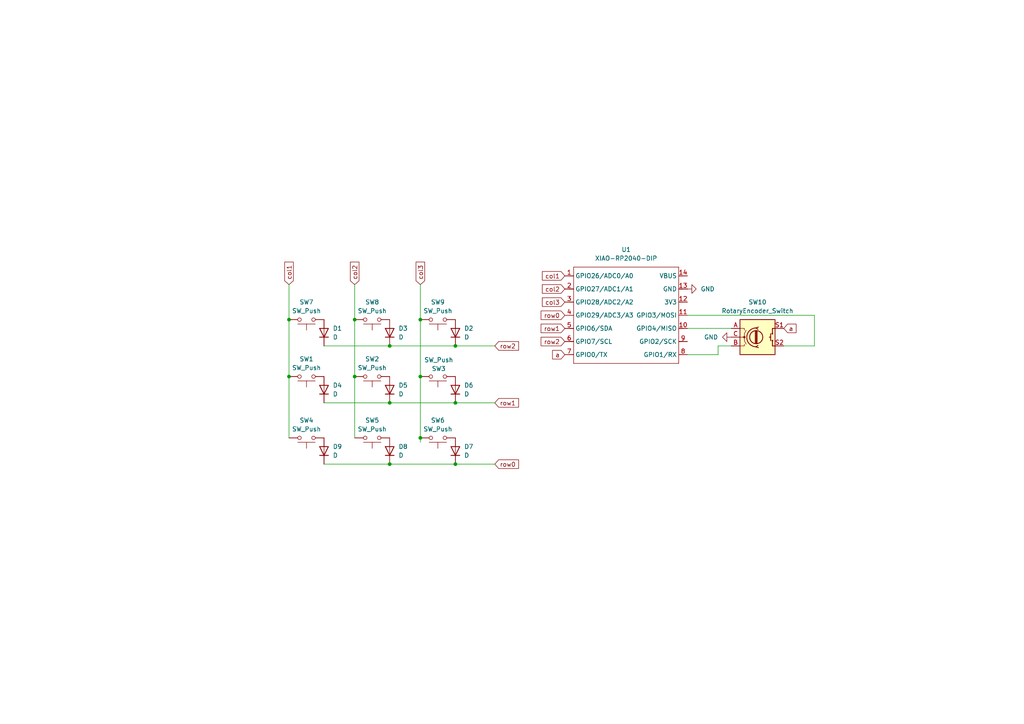
<source format=kicad_sch>
(kicad_sch (version 20250114) (generator "eeschema") (generator_version "9.0")
  (paper "A4")
  (lib_symbols
    (symbol "Device:D" (pin_numbers (hide yes)) (pin_names (offset 1.016) (hide yes))
      (property "Reference" "D" (at 0 2.54 0))
      (property "Value" "D" (at 0 -2.54 0))
      (symbol "D_0_1"
        (polyline (pts (xy -1.27 1.27) (xy -1.27 -1.27)) (stroke (width 0.254)))
        (polyline (pts (xy 1.27 1.27) (xy 1.27 -1.27) (xy -1.27 0) (xy 1.27 1.27)) (stroke (width 0.254)))
        (polyline (pts (xy 1.27 0) (xy -1.27 0)))
      )
      (symbol "D_1_1"
        (pin passive line (at -3.81 0 0) (length 2.54) (name "K") (number "1"))
        (pin passive line (at 3.81 0 180) (length 2.54) (name "A") (number "2"))
      )
    )
    (symbol "Device:RotaryEncoder_Switch" (pin_names (offset 0.254) (hide yes))
      (property "Reference" "SW" (at 0 6.604 0))
      (property "Value" "RotaryEncoder_Switch" (at 0 -6.604 0))
      (symbol "RotaryEncoder_Switch_0_1"
        (rectangle (start -5.08 5.08) (end 5.08 -5.08) (stroke (width 0.254)) (fill (type background)))
        (polyline (pts (xy -5.08 2.54) (xy -3.81 2.54) (xy -3.81 2.032)))
        (polyline (pts (xy -5.08 0) (xy -3.81 0) (xy -3.81 -1.016) (xy -3.302 -2.032)))
        (polyline (pts (xy -5.08 -2.54) (xy -3.81 -2.54) (xy -3.81 -2.032)))
        (polyline (pts (xy -4.318 0) (xy -3.81 0) (xy -3.81 1.016) (xy -3.302 2.032)))
        (circle (center -3.81 0) (radius 0.254) (fill (type outline)))
        (polyline (pts (xy -0.635 -1.778) (xy -0.635 1.778)) (stroke (width 0.254)))
        (circle (center -0.381 0) (radius 1.905) (stroke (width 0.254)))
        (polyline (pts (xy -0.381 -1.778) (xy -0.381 1.778)) (stroke (width 0.254)))
        (arc (start -0.381 -2.794) (mid -3.0988 -0.0635) (end -0.381 2.667) (stroke (width 0.254)))
        (polyline (pts (xy -0.127 1.778) (xy -0.127 -1.778)) (stroke (width 0.254)))
        (polyline (pts (xy 0.254 2.921) (xy -0.508 2.667) (xy 0.127 2.286)) (stroke (width 0.254)))
        (polyline (pts (xy 0.254 -3.048) (xy -0.508 -2.794) (xy 0.127 -2.413)) (stroke (width 0.254)))
        (polyline (pts (xy 3.81 1.016) (xy 3.81 -1.016)) (stroke (width 0.254)))
        (polyline (pts (xy 3.81 0) (xy 3.429 0)) (stroke (width 0.254)))
        (circle (center 4.318 1.016) (radius 0.127) (stroke (width 0.254)))
        (circle (center 4.318 -1.016) (radius 0.127) (stroke (width 0.254)))
        (polyline (pts (xy 5.08 2.54) (xy 4.318 2.54) (xy 4.318 1.016)) (stroke (width 0.254)))
        (polyline (pts (xy 5.08 -2.54) (xy 4.318 -2.54) (xy 4.318 -1.016)) (stroke (width 0.254)))
      )
      (symbol "RotaryEncoder_Switch_1_1"
        (pin passive line (at -7.62 2.54 0) (length 2.54) (name "A") (number "A"))
        (pin passive line (at -7.62 0 0) (length 2.54) (name "C") (number "C"))
        (pin passive line (at -7.62 -2.54 0) (length 2.54) (name "B") (number "B"))
        (pin passive line (at 7.62 2.54 180) (length 2.54) (name "S1") (number "S1"))
        (pin passive line (at 7.62 -2.54 180) (length 2.54) (name "S2") (number "S2"))
      )
    )
    (symbol "Seeed_Studio_XIAO_Series:XIAO-RP2040-DIP"
      (property "Reference" "U" (at 0 0 0))
      (property "Value" "XIAO-RP2040-DIP" (at 5.334 -1.778 0))
      (symbol "XIAO-RP2040-DIP_1_0"
        (polyline (pts (xy -1.27 -2.54) (xy 29.21 -2.54)) (stroke (width 0.1524)))
        (polyline (pts (xy -1.27 -5.08) (xy -2.54 -5.08)) (stroke (width 0.1524)))
        (polyline (pts (xy -1.27 -5.08) (xy -1.27 -2.54)) (stroke (width 0.1524)))
        (polyline (pts (xy -1.27 -8.89) (xy -2.54 -8.89)) (stroke (width 0.1524)))
        (polyline (pts (xy -1.27 -8.89) (xy -1.27 -5.08)) (stroke (width 0.1524)))
        (polyline (pts (xy -1.27 -12.7) (xy -2.54 -12.7)) (stroke (width 0.1524)))
        (polyline (pts (xy -1.27 -12.7) (xy -1.27 -8.89)) (stroke (width 0.1524)))
        (polyline (pts (xy -1.27 -16.51) (xy -2.54 -16.51)) (stroke (width 0.1524)))
        (polyline (pts (xy -1.27 -16.51) (xy -1.27 -12.7)) (stroke (width 0.1524)))
        (polyline (pts (xy -1.27 -20.32) (xy -2.54 -20.32)) (stroke (width 0.1524)))
        (polyline (pts (xy -1.27 -24.13) (xy -2.54 -24.13)) (stroke (width 0.1524)))
        (polyline (pts (xy -1.27 -27.94) (xy -2.54 -27.94)) (stroke (width 0.1524)))
        (polyline (pts (xy -1.27 -30.48) (xy -1.27 -16.51)) (stroke (width 0.1524)))
        (polyline (pts (xy 29.21 -2.54) (xy 29.21 -5.08)) (stroke (width 0.1524)))
        (polyline (pts (xy 29.21 -5.08) (xy 29.21 -8.89)) (stroke (width 0.1524)))
        (polyline (pts (xy 29.21 -8.89) (xy 29.21 -12.7)) (stroke (width 0.1524)))
        (polyline (pts (xy 29.21 -12.7) (xy 29.21 -30.48)) (stroke (width 0.1524)))
        (polyline (pts (xy 29.21 -30.48) (xy -1.27 -30.48)) (stroke (width 0.1524)))
        (polyline (pts (xy 30.48 -5.08) (xy 29.21 -5.08)) (stroke (width 0.1524)))
        (polyline (pts (xy 30.48 -8.89) (xy 29.21 -8.89)) (stroke (width 0.1524)))
        (polyline (pts (xy 30.48 -12.7) (xy 29.21 -12.7)) (stroke (width 0.1524)))
        (polyline (pts (xy 30.48 -16.51) (xy 29.21 -16.51)) (stroke (width 0.1524)))
        (polyline (pts (xy 30.48 -20.32) (xy 29.21 -20.32)) (stroke (width 0.1524)))
        (polyline (pts (xy 30.48 -24.13) (xy 29.21 -24.13)) (stroke (width 0.1524)))
        (polyline (pts (xy 30.48 -27.94) (xy 29.21 -27.94)) (stroke (width 0.1524)))
        (pin passive line (at -3.81 -5.08 0) (length 2.54) (name "GPIO26/ADC0/A0") (number "1"))
        (pin passive line (at -3.81 -8.89 0) (length 2.54) (name "GPIO27/ADC1/A1") (number "2"))
        (pin passive line (at -3.81 -12.7 0) (length 2.54) (name "GPIO28/ADC2/A2") (number "3"))
        (pin passive line (at -3.81 -16.51 0) (length 2.54) (name "GPIO29/ADC3/A3") (number "4"))
        (pin passive line (at -3.81 -20.32 0) (length 2.54) (name "GPIO6/SDA") (number "5"))
        (pin passive line (at -3.81 -24.13 0) (length 2.54) (name "GPIO7/SCL") (number "6"))
        (pin passive line (at -3.81 -27.94 0) (length 2.54) (name "GPIO0/TX") (number "7"))
        (pin passive line (at 31.75 -5.08 180) (length 2.54) (name "VBUS") (number "14"))
        (pin passive line (at 31.75 -8.89 180) (length 2.54) (name "GND") (number "13"))
        (pin passive line (at 31.75 -12.7 180) (length 2.54) (name "3V3") (number "12"))
        (pin passive line (at 31.75 -16.51 180) (length 2.54) (name "GPIO3/MOSI") (number "11"))
        (pin passive line (at 31.75 -20.32 180) (length 2.54) (name "GPIO4/MISO") (number "10"))
        (pin passive line (at 31.75 -24.13 180) (length 2.54) (name "GPIO2/SCK") (number "9"))
        (pin passive line (at 31.75 -27.94 180) (length 2.54) (name "GPIO1/RX") (number "8"))
      )
    )
    (symbol "Switch:SW_Push" (pin_numbers (hide yes)) (pin_names (offset 1.016) (hide yes))
      (property "Reference" "SW" (at 1.27 2.54 0))
      (property "Value" "SW_Push" (at 0 -1.524 0))
      (symbol "SW_Push_0_1"
        (circle (center -2.032 0) (radius 0.508))
        (polyline (pts (xy 0 1.27) (xy 0 3.048)))
        (circle (center 2.032 0) (radius 0.508))
        (polyline (pts (xy 2.54 1.27) (xy -2.54 1.27)))
        (pin passive line (at -5.08 0 0) (length 2.54) (name "1") (number "1"))
        (pin passive line (at 5.08 0 180) (length 2.54) (name "2") (number "2"))
      )
    )
    (symbol "power:GND" (power) (pin_numbers (hide yes)) (pin_names (offset 0) (hide yes))
      (property "Value" "GND" (at 0 -3.81 0))
      (symbol "GND_0_1"
        (polyline (pts (xy 0 0) (xy 0 -1.27) (xy 1.27 -1.27) (xy 0 -2.54) (xy -1.27 -1.27) (xy 0 -1.27)))
      )
      (symbol "GND_1_1"
        (pin power_in line (at 0 0 270) (length 0) (name "~") (number "1"))
      )
    )
  )
  (junction (at 113.03 100.33))
  (junction (at 113.03 134.62))
  (junction (at 121.92 109.22))
  (junction (at 102.87 92.71))
  (junction (at 83.82 92.71))
  (junction (at 132.08 116.84))
  (junction (at 121.92 127))
  (junction (at 113.03 116.84))
  (junction (at 132.08 100.33))
  (junction (at 102.87 109.22))
  (junction (at 132.08 134.62))
  (junction (at 121.92 92.71))
  (junction (at 83.82 109.22))
  (wire (pts (xy 113.03 100.33) (xy 132.08 100.33)))
  (wire (pts (xy 83.82 109.22) (xy 83.82 127)))
  (wire (pts (xy 227.33 100.33) (xy 236.22 100.33)))
  (wire (pts (xy 208.28 102.87) (xy 199.39 102.87)))
  (wire (pts (xy 102.87 92.71) (xy 102.87 109.22)))
  (wire (pts (xy 199.39 95.25) (xy 212.09 95.25)))
  (wire (pts (xy 208.28 100.33) (xy 208.28 102.87)))
  (wire (pts (xy 132.08 100.33) (xy 143.51 100.33)))
  (wire (pts (xy 102.87 109.22) (xy 102.87 127)))
  (wire (pts (xy 132.08 134.62) (xy 143.51 134.62)))
  (wire (pts (xy 113.03 116.84) (xy 132.08 116.84)))
  (wire (pts (xy 102.87 82.55) (xy 102.87 92.71)))
  (wire (pts (xy 132.08 116.84) (xy 143.51 116.84)))
  (wire (pts (xy 113.03 134.62) (xy 132.08 134.62)))
  (wire (pts (xy 83.82 92.71) (xy 83.82 109.22)))
  (wire (pts (xy 121.92 82.55) (xy 121.92 92.71)))
  (wire (pts (xy 93.98 116.84) (xy 113.03 116.84)))
  (wire (pts (xy 93.98 100.33) (xy 113.03 100.33)))
  (wire (pts (xy 236.22 91.44) (xy 199.39 91.44)))
  (wire (pts (xy 236.22 100.33) (xy 236.22 91.44)))
  (wire (pts (xy 93.98 134.62) (xy 113.03 134.62)))
  (wire (pts (xy 212.09 100.33) (xy 208.28 100.33)))
  (wire (pts (xy 121.92 109.22) (xy 121.92 127)))
  (wire (pts (xy 121.92 92.71) (xy 121.92 109.22)))
  (wire (pts (xy 83.82 82.55) (xy 83.82 92.71)))
  (wire (pts (xy 121.92 127) (xy 121.92 128.27)))
  (global_label "a" (shape input) (at 227.33 95.25 0) (property "Intersheetrefs" "${INTERSHEET_REFS}" (effects (hide yes))))
  (global_label "row0" (shape input) (at 163.83 91.44 180) (property "Intersheetrefs" "${INTERSHEET_REFS}" (effects (hide yes))))
  (global_label "row0" (shape input) (at 143.51 134.62 0) (property "Intersheetrefs" "${INTERSHEET_REFS}" (effects (hide yes))))
  (global_label "col3" (shape input) (at 121.92 82.55 90) (property "Intersheetrefs" "${INTERSHEET_REFS}" (effects (hide yes))))
  (global_label "row2" (shape input) (at 143.51 100.33 0) (property "Intersheetrefs" "${INTERSHEET_REFS}" (effects (hide yes))))
  (global_label "col2" (shape input) (at 163.83 83.82 180) (property "Intersheetrefs" "${INTERSHEET_REFS}" (effects (hide yes))))
  (global_label "row1" (shape input) (at 163.83 95.25 180) (property "Intersheetrefs" "${INTERSHEET_REFS}" (effects (hide yes))))
  (global_label "row2" (shape input) (at 163.83 99.06 180) (property "Intersheetrefs" "${INTERSHEET_REFS}" (effects (hide yes))))
  (global_label "col1" (shape input) (at 163.83 80.01 180) (property "Intersheetrefs" "${INTERSHEET_REFS}" (effects (hide yes))))
  (global_label "a" (shape input) (at 163.83 102.87 180) (property "Intersheetrefs" "${INTERSHEET_REFS}" (effects (hide yes))))
  (global_label "col3" (shape input) (at 163.83 87.63 180) (property "Intersheetrefs" "${INTERSHEET_REFS}" (effects (hide yes))))
  (global_label "col1" (shape input) (at 83.82 82.55 90) (property "Intersheetrefs" "${INTERSHEET_REFS}" (effects (hide yes))))
  (global_label "row1" (shape input) (at 143.51 116.84 0) (property "Intersheetrefs" "${INTERSHEET_REFS}" (effects (hide yes))))
  (global_label "col2" (shape input) (at 102.87 82.55 90) (property "Intersheetrefs" "${INTERSHEET_REFS}" (effects (hide yes))))
  (symbol (lib_id "Device:RotaryEncoder_Switch") (at 219.71 97.79 0) (unit 1)
    (property "Reference" "SW10" (at 219.71 87.63 0))
    (property "Value" "RotaryEncoder_Switch" (at 219.71 90.17 0))
    (property "Description" "Rotary encoder, dual channel, incremental quadrate outputs, with switch" (effects (hide yes)))
  )
  (symbol (lib_id "power:GND") (at 199.39 83.82 90) (unit 1)
    (property "Reference" "#PWR02" (effects (hide yes)))
    (property "Value" "GND" (at 203.2 83.8199 90) (effects (justify right)))
    (property "Description" "Power symbol creates a global label with name \"GND\" , ground" (effects (hide yes)))
  )
  (symbol (lib_id "Switch:SW_Push") (at 107.95 109.22 180) (unit 1)
    (property "Reference" "SW2" (at 107.95 104.14 0))
    (property "Value" "SW_Push" (at 107.95 106.68 0))
    (property "Footprint" "Button_Switch_Keyboard:SW_Cherry_MX_1.00u_PCB" (effects (hide yes)))
    (property "Description" "Push button switch, generic, two pins" (effects (hide yes)))
  )
  (symbol (lib_id "Device:D") (at 93.98 130.81 90) (unit 1)
    (property "Reference" "D9" (at 96.52 129.5399 90) (effects (justify right)))
    (property "Value" "D" (at 96.52 132.0799 90) (effects (justify right)))
    (property "Footprint" "Diode_THT:D_T-1_P5.08mm_Horizontal" (effects (hide yes)))
    (property "Description" "Diode" (effects (hide yes)))
    (property "Sim.Device" "D" (effects (hide yes)))
    (property "Sim.Pins" "1=K 2=A" (effects (hide yes)))
  )
  (symbol (lib_id "Device:D") (at 113.03 130.81 90) (unit 1)
    (property "Reference" "D8" (at 115.57 129.5399 90) (effects (justify right)))
    (property "Value" "D" (at 115.57 132.0799 90) (effects (justify right)))
    (property "Footprint" "Diode_THT:D_T-1_P5.08mm_Horizontal" (effects (hide yes)))
    (property "Description" "Diode" (effects (hide yes)))
    (property "Sim.Device" "D" (effects (hide yes)))
    (property "Sim.Pins" "1=K 2=A" (effects (hide yes)))
  )
  (symbol (lib_id "Device:D") (at 113.03 96.52 90) (unit 1)
    (property "Reference" "D3" (at 115.57 95.2499 90) (effects (justify right)))
    (property "Value" "D" (at 115.57 97.7899 90) (effects (justify right)))
    (property "Footprint" "Diode_THT:D_T-1_P5.08mm_Horizontal" (effects (hide yes)))
    (property "Description" "Diode" (effects (hide yes)))
    (property "Sim.Device" "D" (effects (hide yes)))
    (property "Sim.Pins" "1=K 2=A" (effects (hide yes)))
  )
  (symbol (lib_id "Device:D") (at 93.98 113.03 90) (unit 1)
    (property "Reference" "D4" (at 96.52 111.7599 90) (effects (justify right)))
    (property "Value" "D" (at 96.52 114.2999 90) (effects (justify right)))
    (property "Footprint" "Diode_THT:D_T-1_P5.08mm_Horizontal" (effects (hide yes)))
    (property "Description" "Diode" (effects (hide yes)))
    (property "Sim.Device" "D" (effects (hide yes)))
    (property "Sim.Pins" "1=K 2=A" (effects (hide yes)))
  )
  (symbol (lib_id "power:GND") (at 212.09 97.79 270) (unit 1)
    (property "Reference" "#PWR01" (effects (hide yes)))
    (property "Value" "GND" (at 208.28 97.7899 90) (effects (justify right)))
    (property "Description" "Power symbol creates a global label with name \"GND\" , ground" (effects (hide yes)))
  )
  (symbol (lib_id "Switch:SW_Push") (at 88.9 127 180) (unit 1)
    (property "Reference" "SW4" (at 88.9 121.92 0))
    (property "Value" "SW_Push" (at 88.9 124.46 0))
    (property "Footprint" "Button_Switch_Keyboard:SW_Cherry_MX_1.00u_PCB" (effects (hide yes)))
    (property "Description" "Push button switch, generic, two pins" (effects (hide yes)))
  )
  (symbol (lib_id "Switch:SW_Push") (at 127 127 180) (unit 1)
    (property "Reference" "SW6" (at 127 121.92 0))
    (property "Value" "SW_Push" (at 127 124.46 0))
    (property "Footprint" "Button_Switch_Keyboard:SW_Cherry_MX_1.00u_PCB" (effects (hide yes)))
    (property "Description" "Push button switch, generic, two pins" (effects (hide yes)))
  )
  (symbol (lib_id "Device:D") (at 93.98 96.52 90) (unit 1)
    (property "Reference" "D1" (at 96.52 95.2499 90) (effects (justify right)))
    (property "Value" "D" (at 96.52 97.7899 90) (effects (justify right)))
    (property "Footprint" "Diode_THT:D_T-1_P5.08mm_Horizontal" (effects (hide yes)))
    (property "Description" "Diode" (effects (hide yes)))
    (property "Sim.Device" "D" (effects (hide yes)))
    (property "Sim.Pins" "1=K 2=A" (effects (hide yes)))
  )
  (symbol (lib_id "Switch:SW_Push") (at 107.95 92.71 180) (unit 1)
    (property "Reference" "SW8" (at 107.95 87.63 0))
    (property "Value" "SW_Push" (at 107.95 90.17 0))
    (property "Footprint" "Button_Switch_Keyboard:SW_Cherry_MX_1.00u_PCB" (effects (hide yes)))
    (property "Description" "Push button switch, generic, two pins" (effects (hide yes)))
  )
  (symbol (lib_id "Switch:SW_Push") (at 107.95 127 0) (mirror x) (unit 1)
    (property "Reference" "SW5" (at 107.95 121.92 0))
    (property "Value" "SW_Push" (at 107.95 124.46 0))
    (property "Footprint" "Button_Switch_Keyboard:SW_Cherry_MX_1.00u_PCB" (effects (hide yes)))
    (property "Description" "Push button switch, generic, two pins" (effects (hide yes)))
  )
  (symbol (lib_id "Switch:SW_Push") (at 88.9 109.22 180) (unit 1)
    (property "Reference" "SW1" (at 88.9 104.14 0))
    (property "Value" "SW_Push" (at 88.9 106.68 0))
    (property "Footprint" "Button_Switch_Keyboard:SW_Cherry_MX_1.00u_PCB" (effects (hide yes)))
    (property "Description" "Push button switch, generic, two pins" (effects (hide yes)))
  )
  (symbol (lib_id "Switch:SW_Push") (at 127 92.71 180) (unit 1)
    (property "Reference" "SW9" (at 127 87.63 0))
    (property "Value" "SW_Push" (at 127 90.17 0))
    (property "Footprint" "Button_Switch_Keyboard:SW_Cherry_MX_1.00u_PCB" (effects (hide yes)))
    (property "Description" "Push button switch, generic, two pins" (effects (hide yes)))
  )
  (symbol (lib_id "Device:D") (at 132.08 130.81 90) (unit 1)
    (property "Reference" "D7" (at 134.62 129.5399 90) (effects (justify right)))
    (property "Value" "D" (at 134.62 132.0799 90) (effects (justify right)))
    (property "Footprint" "Diode_THT:D_T-1_P5.08mm_Horizontal" (effects (hide yes)))
    (property "Description" "Diode" (effects (hide yes)))
    (property "Sim.Device" "D" (effects (hide yes)))
    (property "Sim.Pins" "1=K 2=A" (effects (hide yes)))
  )
  (symbol (lib_id "Switch:SW_Push") (at 88.9 92.71 180) (unit 1)
    (property "Reference" "SW7" (at 88.9 87.63 0))
    (property "Value" "SW_Push" (at 88.9 90.17 0))
    (property "Footprint" "Button_Switch_Keyboard:SW_Cherry_MX_1.00u_PCB" (effects (hide yes)))
    (property "Description" "Push button switch, generic, two pins" (effects (hide yes)))
  )
  (symbol (lib_id "Seeed_Studio_XIAO_Series:XIAO-RP2040-DIP") (at 167.64 74.93 0) (unit 1)
    (property "Reference" "U1" (at 181.61 72.39 0))
    (property "Value" "XIAO-RP2040-DIP" (at 181.61 74.93 0))
    (property "Footprint" "KiCad:XIAO-RP2040-DIP" (effects (hide yes)))
  )
  (symbol (lib_id "Device:D") (at 132.08 113.03 90) (unit 1)
    (property "Reference" "D6" (at 134.62 111.7599 90) (effects (justify right)))
    (property "Value" "D" (at 134.62 114.2999 90) (effects (justify right)))
    (property "Footprint" "Diode_THT:D_T-1_P5.08mm_Horizontal" (effects (hide yes)))
    (property "Description" "Diode" (effects (hide yes)))
    (property "Sim.Device" "D" (effects (hide yes)))
    (property "Sim.Pins" "1=K 2=A" (effects (hide yes)))
  )
  (symbol (lib_id "Device:D") (at 132.08 96.52 90) (unit 1)
    (property "Reference" "D2" (at 134.62 95.2499 90) (effects (justify right)))
    (property "Value" "D" (at 134.62 97.7899 90) (effects (justify right)))
    (property "Footprint" "Diode_THT:D_T-1_P5.08mm_Horizontal" (effects (hide yes)))
    (property "Description" "Diode" (effects (hide yes)))
    (property "Sim.Device" "D" (effects (hide yes)))
    (property "Sim.Pins" "1=K 2=A" (effects (hide yes)))
  )
  (symbol (lib_id "Device:D") (at 113.03 113.03 90) (unit 1)
    (property "Reference" "D5" (at 115.57 111.7599 90) (effects (justify right)))
    (property "Value" "D" (at 115.57 114.2999 90) (effects (justify right)))
    (property "Footprint" "Diode_THT:D_T-1_P5.08mm_Horizontal" (effects (hide yes)))
    (property "Description" "Diode" (effects (hide yes)))
    (property "Sim.Device" "D" (effects (hide yes)))
    (property "Sim.Pins" "1=K 2=A" (effects (hide yes)))
  )
  (symbol (lib_id "Switch:SW_Push") (at 127 109.22 180) (unit 1)
    (property "Reference" "SW3" (at 127.254 106.934 0))
    (property "Value" "SW_Push" (at 127.254 104.394 0))
    (property "Footprint" "Button_Switch_Keyboard:SW_Cherry_MX_1.00u_PCB" (effects (hide yes)))
    (property "Description" "Push button switch, generic, two pins" (effects (hide yes)))
  )
)
</source>
